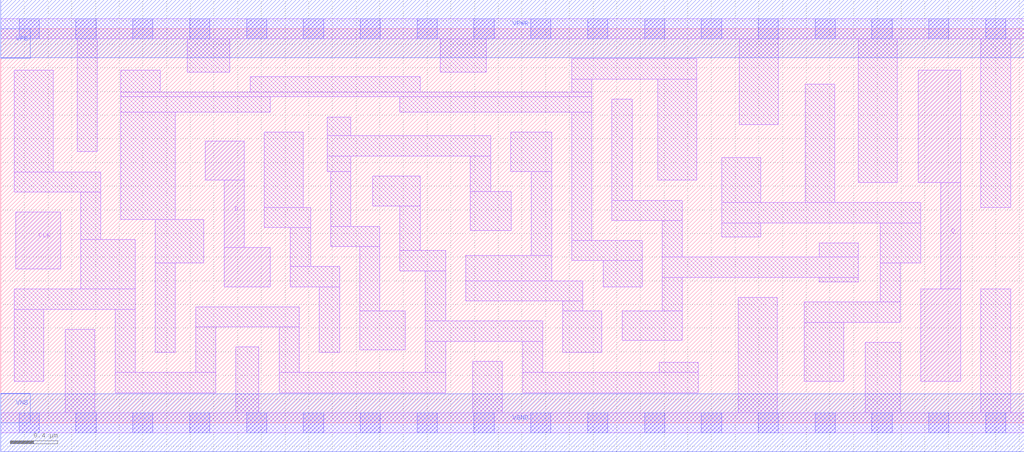
<source format=lef>
# Copyright 2020 The SkyWater PDK Authors
#
# Licensed under the Apache License, Version 2.0 (the "License");
# you may not use this file except in compliance with the License.
# You may obtain a copy of the License at
#
#     https://www.apache.org/licenses/LICENSE-2.0
#
# Unless required by applicable law or agreed to in writing, software
# distributed under the License is distributed on an "AS IS" BASIS,
# WITHOUT WARRANTIES OR CONDITIONS OF ANY KIND, either express or implied.
# See the License for the specific language governing permissions and
# limitations under the License.
#
# SPDX-License-Identifier: Apache-2.0

VERSION 5.5 ;
NAMESCASESENSITIVE ON ;
BUSBITCHARS "[]" ;
DIVIDERCHAR "/" ;
MACRO sky130_fd_sc_ms__dfxtp_2
  CLASS CORE ;
  SOURCE USER ;
  ORIGIN  0.000000  0.000000 ;
  SIZE  8.640000 BY  3.330000 ;
  SYMMETRY X Y ;
  SITE unit ;
  PIN D
    ANTENNAGATEAREA  0.126000 ;
    DIRECTION INPUT ;
    USE SIGNAL ;
    PORT
      LAYER li1 ;
        RECT 1.725000 2.050000 2.055000 2.380000 ;
        RECT 1.885000 1.150000 2.275000 1.480000 ;
        RECT 1.885000 1.480000 2.055000 2.050000 ;
    END
  END D
  PIN Q
    ANTENNADIFFAREA  0.543200 ;
    DIRECTION OUTPUT ;
    USE SIGNAL ;
    PORT
      LAYER li1 ;
        RECT 7.745000 2.030000 8.105000 2.980000 ;
        RECT 7.765000 0.350000 8.105000 1.130000 ;
        RECT 7.935000 1.130000 8.105000 2.030000 ;
    END
  END Q
  PIN CLK
    ANTENNAGATEAREA  0.279000 ;
    DIRECTION INPUT ;
    USE CLOCK ;
    PORT
      LAYER li1 ;
        RECT 0.125000 1.300000 0.505000 1.780000 ;
    END
  END CLK
  PIN VGND
    DIRECTION INOUT ;
    USE GROUND ;
    PORT
      LAYER met1 ;
        RECT 0.000000 -0.245000 8.640000 0.245000 ;
    END
  END VGND
  PIN VNB
    DIRECTION INOUT ;
    USE GROUND ;
    PORT
    END
  END VNB
  PIN VPB
    DIRECTION INOUT ;
    USE POWER ;
    PORT
    END
  END VPB
  PIN VNB
    DIRECTION INOUT ;
    USE GROUND ;
    PORT
      LAYER met1 ;
        RECT 0.000000 0.000000 0.250000 0.250000 ;
    END
  END VNB
  PIN VPB
    DIRECTION INOUT ;
    USE POWER ;
    PORT
      LAYER met1 ;
        RECT 0.000000 3.080000 0.250000 3.330000 ;
    END
  END VPB
  PIN VPWR
    DIRECTION INOUT ;
    USE POWER ;
    PORT
      LAYER met1 ;
        RECT 0.000000 3.085000 8.640000 3.575000 ;
    END
  END VPWR
  OBS
    LAYER li1 ;
      RECT 0.000000 -0.085000 8.640000 0.085000 ;
      RECT 0.000000  3.245000 8.640000 3.415000 ;
      RECT 0.115000  0.350000 0.365000 0.960000 ;
      RECT 0.115000  0.960000 1.135000 1.130000 ;
      RECT 0.115000  1.950000 0.845000 2.120000 ;
      RECT 0.115000  2.120000 0.445000 2.980000 ;
      RECT 0.545000  0.085000 0.795000 0.790000 ;
      RECT 0.645000  2.290000 0.815000 3.245000 ;
      RECT 0.675000  1.130000 1.135000 1.550000 ;
      RECT 0.675000  1.550000 0.845000 1.950000 ;
      RECT 0.965000  0.255000 1.815000 0.425000 ;
      RECT 0.965000  0.425000 1.135000 0.960000 ;
      RECT 1.015000  1.720000 1.475000 2.625000 ;
      RECT 1.015000  2.625000 2.275000 2.755000 ;
      RECT 1.015000  2.755000 4.990000 2.795000 ;
      RECT 1.015000  2.795000 1.345000 2.980000 ;
      RECT 1.305000  0.595000 1.475000 1.350000 ;
      RECT 1.305000  1.350000 1.715000 1.720000 ;
      RECT 1.575000  2.965000 1.935000 3.245000 ;
      RECT 1.645000  0.425000 1.815000 0.810000 ;
      RECT 1.645000  0.810000 2.520000 0.980000 ;
      RECT 1.985000  0.085000 2.180000 0.640000 ;
      RECT 2.105000  2.795000 3.540000 2.925000 ;
      RECT 2.225000  1.650000 2.615000 1.820000 ;
      RECT 2.225000  1.820000 2.555000 2.455000 ;
      RECT 2.350000  0.255000 3.755000 0.425000 ;
      RECT 2.350000  0.425000 2.520000 0.810000 ;
      RECT 2.445000  1.150000 2.860000 1.320000 ;
      RECT 2.445000  1.320000 2.615000 1.650000 ;
      RECT 2.690000  0.595000 2.860000 1.150000 ;
      RECT 2.755000  2.125000 2.955000 2.255000 ;
      RECT 2.755000  2.255000 4.135000 2.425000 ;
      RECT 2.755000  2.425000 2.955000 2.585000 ;
      RECT 2.785000  1.490000 3.200000 1.660000 ;
      RECT 2.785000  1.660000 2.955000 2.125000 ;
      RECT 3.030000  0.615000 3.415000 0.945000 ;
      RECT 3.030000  0.945000 3.200000 1.490000 ;
      RECT 3.140000  1.830000 3.540000 2.085000 ;
      RECT 3.370000  1.285000 3.755000 1.455000 ;
      RECT 3.370000  1.455000 3.540000 1.830000 ;
      RECT 3.370000  2.625000 4.990000 2.755000 ;
      RECT 3.585000  0.425000 3.755000 0.690000 ;
      RECT 3.585000  0.690000 4.575000 0.860000 ;
      RECT 3.585000  0.860000 3.755000 1.285000 ;
      RECT 3.710000  2.965000 4.100000 3.245000 ;
      RECT 3.925000  1.030000 4.915000 1.200000 ;
      RECT 3.925000  1.200000 4.650000 1.415000 ;
      RECT 3.965000  1.625000 4.310000 1.955000 ;
      RECT 3.965000  1.955000 4.135000 2.255000 ;
      RECT 3.985000  0.085000 4.235000 0.520000 ;
      RECT 4.305000  2.125000 4.650000 2.455000 ;
      RECT 4.405000  0.255000 5.890000 0.425000 ;
      RECT 4.405000  0.425000 4.575000 0.690000 ;
      RECT 4.480000  1.415000 4.650000 2.125000 ;
      RECT 4.745000  0.595000 5.075000 0.945000 ;
      RECT 4.745000  0.945000 4.915000 1.030000 ;
      RECT 4.820000  1.370000 5.415000 1.540000 ;
      RECT 4.820000  1.540000 4.990000 2.625000 ;
      RECT 4.820000  2.795000 4.990000 2.905000 ;
      RECT 4.820000  2.905000 5.875000 3.075000 ;
      RECT 5.085000  1.150000 5.415000 1.370000 ;
      RECT 5.160000  1.710000 5.755000 1.880000 ;
      RECT 5.160000  1.880000 5.330000 2.735000 ;
      RECT 5.245000  0.695000 5.755000 0.945000 ;
      RECT 5.545000  2.050000 5.875000 2.905000 ;
      RECT 5.560000  0.425000 5.890000 0.510000 ;
      RECT 5.585000  0.945000 5.755000 1.230000 ;
      RECT 5.585000  1.230000 7.240000 1.400000 ;
      RECT 5.585000  1.400000 5.755000 1.710000 ;
      RECT 6.085000  1.570000 6.415000 1.690000 ;
      RECT 6.085000  1.690000 7.765000 1.860000 ;
      RECT 6.085000  1.860000 6.415000 2.240000 ;
      RECT 6.225000  0.085000 6.555000 1.060000 ;
      RECT 6.235000  2.520000 6.565000 3.245000 ;
      RECT 6.785000  0.350000 7.115000 0.850000 ;
      RECT 6.785000  0.850000 7.595000 1.020000 ;
      RECT 6.790000  1.860000 7.040000 2.860000 ;
      RECT 6.910000  1.190000 7.240000 1.230000 ;
      RECT 6.910000  1.400000 7.240000 1.520000 ;
      RECT 7.240000  2.030000 7.570000 3.245000 ;
      RECT 7.300000  0.085000 7.595000 0.680000 ;
      RECT 7.425000  1.020000 7.595000 1.350000 ;
      RECT 7.425000  1.350000 7.765000 1.690000 ;
      RECT 8.275000  0.085000 8.525000 1.130000 ;
      RECT 8.275000  1.820000 8.525000 3.245000 ;
    LAYER mcon ;
      RECT 0.155000 -0.085000 0.325000 0.085000 ;
      RECT 0.155000  3.245000 0.325000 3.415000 ;
      RECT 0.635000 -0.085000 0.805000 0.085000 ;
      RECT 0.635000  3.245000 0.805000 3.415000 ;
      RECT 1.115000 -0.085000 1.285000 0.085000 ;
      RECT 1.115000  3.245000 1.285000 3.415000 ;
      RECT 1.595000 -0.085000 1.765000 0.085000 ;
      RECT 1.595000  3.245000 1.765000 3.415000 ;
      RECT 2.075000 -0.085000 2.245000 0.085000 ;
      RECT 2.075000  3.245000 2.245000 3.415000 ;
      RECT 2.555000 -0.085000 2.725000 0.085000 ;
      RECT 2.555000  3.245000 2.725000 3.415000 ;
      RECT 3.035000 -0.085000 3.205000 0.085000 ;
      RECT 3.035000  3.245000 3.205000 3.415000 ;
      RECT 3.515000 -0.085000 3.685000 0.085000 ;
      RECT 3.515000  3.245000 3.685000 3.415000 ;
      RECT 3.995000 -0.085000 4.165000 0.085000 ;
      RECT 3.995000  3.245000 4.165000 3.415000 ;
      RECT 4.475000 -0.085000 4.645000 0.085000 ;
      RECT 4.475000  3.245000 4.645000 3.415000 ;
      RECT 4.955000 -0.085000 5.125000 0.085000 ;
      RECT 4.955000  3.245000 5.125000 3.415000 ;
      RECT 5.435000 -0.085000 5.605000 0.085000 ;
      RECT 5.435000  3.245000 5.605000 3.415000 ;
      RECT 5.915000 -0.085000 6.085000 0.085000 ;
      RECT 5.915000  3.245000 6.085000 3.415000 ;
      RECT 6.395000 -0.085000 6.565000 0.085000 ;
      RECT 6.395000  3.245000 6.565000 3.415000 ;
      RECT 6.875000 -0.085000 7.045000 0.085000 ;
      RECT 6.875000  3.245000 7.045000 3.415000 ;
      RECT 7.355000 -0.085000 7.525000 0.085000 ;
      RECT 7.355000  3.245000 7.525000 3.415000 ;
      RECT 7.835000 -0.085000 8.005000 0.085000 ;
      RECT 7.835000  3.245000 8.005000 3.415000 ;
      RECT 8.315000 -0.085000 8.485000 0.085000 ;
      RECT 8.315000  3.245000 8.485000 3.415000 ;
  END
END sky130_fd_sc_ms__dfxtp_2
END LIBRARY

</source>
